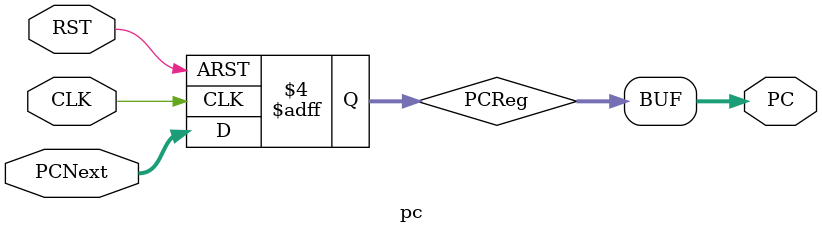
<source format=v>
module pc (
    input CLK,
    input RST,
    input [31:0] PCNext,
    output [31:0] PC
  );

  reg [31:0] PCReg;

  initial
  begin
    PCReg = 32'h00000000;
  end

  always@(posedge CLK or negedge RST)
  begin
    if(!RST)
    begin
      PCReg = 0;
    end
    else
    begin
      PCReg = PCNext;
    end
  end

  assign PC = PCReg;

endmodule
</source>
